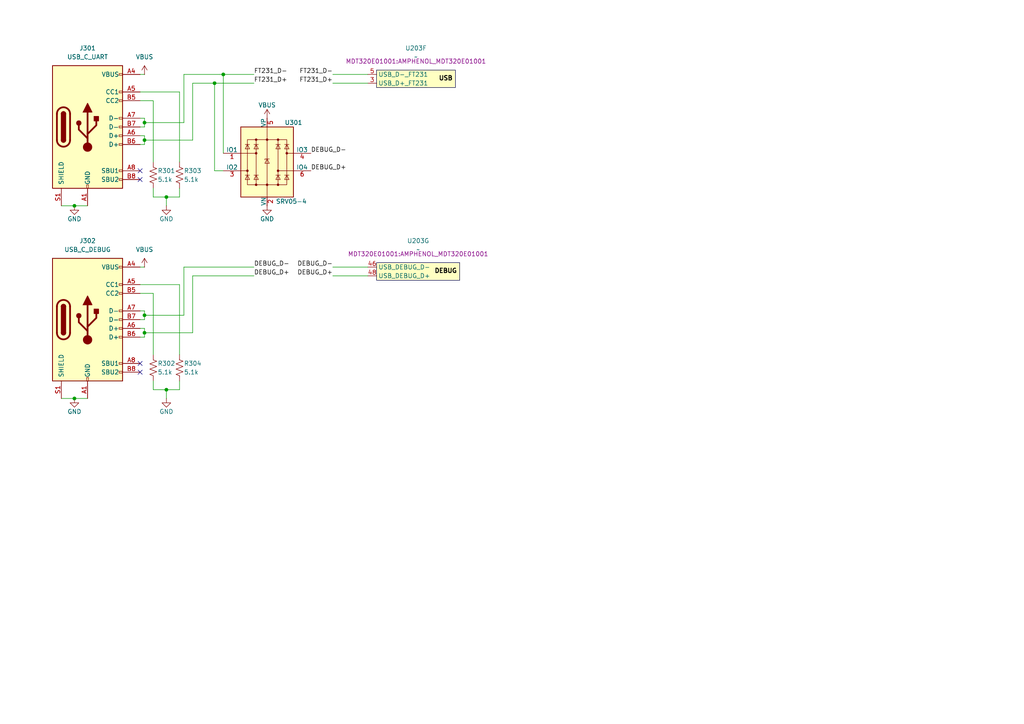
<source format=kicad_sch>
(kicad_sch (version 20231120) (generator "eeschema") (generator_version "8.0")
  (paper "A4")
  (title_block (title "Mobo V2.0") (date "2024-12-19") (rev "2.0") (company "Robotique UdeS - Biogénius") (comment 1 "Jacob Turcotte") (comment 2 "Schéma électrique créer par:"))
  (lib_symbols
    (symbol "Connector:USB_C_Receptacle_USB2.0" (pin_names (offset 1.016))
      (property "Reference" "J" (at -10.16 19.05 0))
      (property "Value" "USB_C_Receptacle_USB2.0" (at 19.05 19.05 0))
      (symbol "USB_C_Receptacle_USB2.0_0_0"
        (rectangle (start -0.254 -17.78) (end 0.254 -16.764))
        (rectangle (start 10.16 -14.986) (end 9.144 -15.494))
        (rectangle (start 10.16 -12.446) (end 9.144 -12.954))
        (rectangle (start 10.16 -4.826) (end 9.144 -5.334))
        (rectangle (start 10.16 -2.286) (end 9.144 -2.794))
        (rectangle (start 10.16 0.254) (end 9.144 -0.254))
        (rectangle (start 10.16 2.794) (end 9.144 2.286))
        (rectangle (start 10.16 7.874) (end 9.144 7.366))
        (rectangle (start 10.16 10.414) (end 9.144 9.906))
        (rectangle (start 10.16 15.494) (end 9.144 14.986))
      )
      (symbol "USB_C_Receptacle_USB2.0_0_1"
        (rectangle (start -10.16 17.78) (end 10.16 -17.78) (stroke (width 0.254)) (fill (type background)))
        (arc (start -8.89 -3.81) (mid -6.985 -5.7067) (end -5.08 -3.81) (stroke (width 0.508)))
        (arc (start -7.62 -3.81) (mid -6.985 -4.4423) (end -6.35 -3.81) (stroke (width 0.254)))
        (arc (start -7.62 -3.81) (mid -6.985 -4.4423) (end -6.35 -3.81) (stroke (width 0.254)) (fill (type outline)))
        (rectangle (start -7.62 -3.81) (end -6.35 3.81) (stroke (width 0.254)) (fill (type outline)))
        (arc (start -6.35 3.81) (mid -6.985 4.4423) (end -7.62 3.81) (stroke (width 0.254)))
        (arc (start -6.35 3.81) (mid -6.985 4.4423) (end -7.62 3.81) (stroke (width 0.254)) (fill (type outline)))
        (arc (start -5.08 3.81) (mid -6.985 5.7067) (end -8.89 3.81) (stroke (width 0.508)))
        (circle (center -2.54 1.143) (radius 0.635) (stroke (width 0.254)) (fill (type outline)))
        (circle (center 0 -5.842) (radius 1.27) (fill (type outline)))
        (polyline (pts (xy -8.89 -3.81) (xy -8.89 3.81)) (stroke (width 0.508)))
        (polyline (pts (xy -5.08 3.81) (xy -5.08 -3.81)) (stroke (width 0.508)))
        (polyline (pts (xy 0 -5.842) (xy 0 4.318)) (stroke (width 0.508)))
        (polyline (pts (xy 0 -3.302) (xy -2.54 -0.762) (xy -2.54 0.508)) (stroke (width 0.508)))
        (polyline (pts (xy 0 -2.032) (xy 2.54 0.508) (xy 2.54 1.778)) (stroke (width 0.508)))
        (polyline (pts (xy -1.27 4.318) (xy 0 6.858) (xy 1.27 4.318) (xy -1.27 4.318)) (stroke (width 0.254)) (fill (type outline)))
        (rectangle (start 1.905 1.778) (end 3.175 3.048) (stroke (width 0.254)) (fill (type outline)))
      )
      (symbol "USB_C_Receptacle_USB2.0_1_1"
        (pin passive line (at 0 -22.86 90) (length 5.08) (name "GND") (number "A1"))
        (pin passive line (at 0 -22.86 90) (length 5.08) hide (name "GND") (number "A12"))
        (pin passive line (at 15.24 15.24 180) (length 5.08) (name "VBUS") (number "A4"))
        (pin bidirectional line (at 15.24 10.16 180) (length 5.08) (name "CC1") (number "A5"))
        (pin bidirectional line (at 15.24 -2.54 180) (length 5.08) (name "D+") (number "A6"))
        (pin bidirectional line (at 15.24 2.54 180) (length 5.08) (name "D-") (number "A7"))
        (pin bidirectional line (at 15.24 -12.7 180) (length 5.08) (name "SBU1") (number "A8"))
        (pin passive line (at 15.24 15.24 180) (length 5.08) hide (name "VBUS") (number "A9"))
        (pin passive line (at 0 -22.86 90) (length 5.08) hide (name "GND") (number "B1"))
        (pin passive line (at 0 -22.86 90) (length 5.08) hide (name "GND") (number "B12"))
        (pin passive line (at 15.24 15.24 180) (length 5.08) hide (name "VBUS") (number "B4"))
        (pin bidirectional line (at 15.24 7.62 180) (length 5.08) (name "CC2") (number "B5"))
        (pin bidirectional line (at 15.24 -5.08 180) (length 5.08) (name "D+") (number "B6"))
        (pin bidirectional line (at 15.24 0 180) (length 5.08) (name "D-") (number "B7"))
        (pin bidirectional line (at 15.24 -15.24 180) (length 5.08) (name "SBU2") (number "B8"))
        (pin passive line (at 15.24 15.24 180) (length 5.08) hide (name "VBUS") (number "B9"))
        (pin passive line (at -7.62 -22.86 90) (length 5.08) (name "SHIELD") (number "S1"))
      )
    )
    (symbol "Device:R_US" (pin_numbers hide) (pin_names (offset 0))
      (property "Reference" "R" (at 2.54 0 90))
      (property "Value" "R_US" (at -2.54 0 90))
      (symbol "R_US_0_1"
        (polyline (pts (xy 0 -2.286) (xy 0 -2.54)))
        (polyline (pts (xy 0 2.286) (xy 0 2.54)))
        (polyline (pts (xy 0 -0.762) (xy 1.016 -1.143) (xy 0 -1.524) (xy -1.016 -1.905) (xy 0 -2.286)))
        (polyline (pts (xy 0 0.762) (xy 1.016 0.381) (xy 0 0) (xy -1.016 -0.381) (xy 0 -0.762)))
        (polyline (pts (xy 0 2.286) (xy 1.016 1.905) (xy 0 1.524) (xy -1.016 1.143) (xy 0 0.762)))
      )
      (symbol "R_US_1_1"
        (pin passive line (at 0 3.81 270) (length 1.27) (name "~") (number "1"))
        (pin passive line (at 0 -3.81 90) (length 1.27) (name "~") (number "2"))
      )
    )
    (symbol "Power_Protection:SRV05-4" (pin_names (offset 0))
      (property "Reference" "U" (at -5.08 11.43 0))
      (property "Value" "SRV05-4" (at 2.54 11.43 0))
      (symbol "SRV05-4_0_0"
        (rectangle (start -5.715 6.477) (end 5.715 -6.604))
        (polyline (pts (xy -3.175 -6.604) (xy -3.175 6.477)))
        (polyline (pts (xy 3.175 6.477) (xy 3.175 -6.604)))
      )
      (symbol "SRV05-4_0_1"
        (rectangle (start -7.62 10.16) (end 7.62 -10.16) (stroke (width 0.254)) (fill (type background)))
        (circle (center -5.715 -2.54) (radius 0.2794) (fill (type outline)))
        (circle (center -3.175 -6.604) (radius 0.2794) (fill (type outline)))
        (circle (center -3.175 2.54) (radius 0.2794) (fill (type outline)))
        (circle (center -3.175 6.477) (radius 0.2794) (fill (type outline)))
        (circle (center 0 -6.604) (radius 0.2794) (fill (type outline)))
        (polyline (pts (xy -7.747 2.54) (xy -3.175 2.54)))
        (polyline (pts (xy -7.62 -2.54) (xy -5.715 -2.54)))
        (polyline (pts (xy -5.08 -3.81) (xy -6.35 -3.81)))
        (polyline (pts (xy -5.08 5.08) (xy -6.35 5.08)))
        (polyline (pts (xy -2.54 -3.81) (xy -3.81 -3.81)))
        (polyline (pts (xy -2.54 5.08) (xy -3.81 5.08)))
        (polyline (pts (xy 0 10.16) (xy 0 -10.16)))
        (polyline (pts (xy 3.81 -3.81) (xy 2.54 -3.81)))
        (polyline (pts (xy 3.81 5.08) (xy 2.54 5.08)))
        (polyline (pts (xy 6.35 -3.81) (xy 5.08 -3.81)))
        (polyline (pts (xy 6.35 5.08) (xy 5.08 5.08)))
        (polyline (pts (xy 7.62 -2.54) (xy 3.175 -2.54)))
        (polyline (pts (xy 7.62 2.54) (xy 5.715 2.54)))
        (polyline (pts (xy 0.635 0.889) (xy -0.635 0.889) (xy -0.635 0.635)))
        (polyline (pts (xy -5.08 -5.08) (xy -6.35 -5.08) (xy -5.715 -3.81) (xy -5.08 -5.08)))
        (polyline (pts (xy -5.08 3.81) (xy -6.35 3.81) (xy -5.715 5.08) (xy -5.08 3.81)))
        (polyline (pts (xy -2.54 -5.08) (xy -3.81 -5.08) (xy -3.175 -3.81) (xy -2.54 -5.08)))
        (polyline (pts (xy -2.54 3.81) (xy -3.81 3.81) (xy -3.175 5.08) (xy -2.54 3.81)))
        (polyline (pts (xy 0.635 -0.381) (xy -0.635 -0.381) (xy 0 0.889) (xy 0.635 -0.381)))
        (polyline (pts (xy 3.81 -5.08) (xy 2.54 -5.08) (xy 3.175 -3.81) (xy 3.81 -5.08)))
        (polyline (pts (xy 3.81 3.81) (xy 2.54 3.81) (xy 3.175 5.08) (xy 3.81 3.81)))
        (polyline (pts (xy 6.35 -5.08) (xy 5.08 -5.08) (xy 5.715 -3.81) (xy 6.35 -5.08)))
        (polyline (pts (xy 6.35 3.81) (xy 5.08 3.81) (xy 5.715 5.08) (xy 6.35 3.81)))
        (circle (center 0 6.477) (radius 0.2794) (fill (type outline)))
        (circle (center 3.175 -6.604) (radius 0.2794) (fill (type outline)))
        (circle (center 3.175 -2.54) (radius 0.2794) (fill (type outline)))
        (circle (center 3.175 6.477) (radius 0.2794) (fill (type outline)))
        (circle (center 5.715 2.54) (radius 0.2794) (fill (type outline)))
      )
      (symbol "SRV05-4_1_1"
        (pin passive line (at -12.7 2.54 0) (length 5.08) (name "IO1") (number "1"))
        (pin passive line (at 0 -12.7 90) (length 2.54) (name "VN") (number "2"))
        (pin passive line (at -12.7 -2.54 0) (length 5.08) (name "IO2") (number "3"))
        (pin passive line (at 12.7 2.54 180) (length 5.08) (name "IO3") (number "4"))
        (pin passive line (at 0 12.7 270) (length 2.54) (name "VP") (number "5"))
        (pin passive line (at 12.7 -2.54 180) (length 5.08) (name "IO4") (number "6"))
      )
    )
    (symbol "connecteur_m2_key_E:connecteur_SOM_ESP32_V2"
      (property "Reference" "U" (at 0 9.652 0))
      (property "Footprint" "MDT320E01001:AMPHENOL_MDT320E01001" (at 0 9.652 0))
      (symbol "connecteur_SOM_ESP32_V2_1_1"
        (rectangle (start -13.97 0) (end 13.97 -35.56) (stroke (width 0) (color 72 0 0 1)) (fill (type background)))
        (text "Pins d'alimentation\n&\nResets" (at 0 -16.764 0) (effects (font (size 1.27 1.27) (bold yes))))
        (pin power_in line (at 16.51 -1.27 180) (length 2.54) (name "GND") (number "1"))
        (pin power_in line (at 16.51 -6.35 180) (length 2.54) (name "GND") (number "18"))
        (pin power_in line (at -16.51 -1.27 0) (length 2.54) (name "Vcc_3v3") (number "2"))
        (pin power_in line (at 16.51 -8.89 180) (length 2.54) (name "GND") (number "33"))
        (pin power_in line (at 16.51 -11.43 180) (length 2.54) (name "GND") (number "38"))
        (pin power_in line (at 16.51 -13.97 180) (length 2.54) (name "GND") (number "39"))
        (pin power_in line (at -16.51 -3.81 0) (length 2.54) (name "Vcc_3v3") (number "4"))
        (pin power_in line (at 16.51 -16.51 180) (length 2.54) (name "GND") (number "45"))
        (pin power_in line (at -16.51 -8.89 0) (length 2.54) (name "Vcc_5V") (number "50"))
        (pin power_in line (at 16.51 -19.05 180) (length 2.54) (name "GND") (number "51"))
        (pin bidirectional line (at -16.51 -6.35 0) (length 2.54) (name "RESET_AUTRES") (number "54"))
        (pin power_in line (at 16.51 -21.59 180) (length 2.54) (name "GND") (number "55"))
        (pin bidirectional line (at -16.51 -29.21 0) (length 2.54) (name "RESET_ESP32") (number "56"))
        (pin power_in line (at 16.51 -24.13 180) (length 2.54) (name "GND") (number "57"))
        (pin power_in line (at 16.51 -26.67 180) (length 2.54) (name "GND") (number "62"))
        (pin power_in line (at 16.51 -29.21 180) (length 2.54) (name "GND") (number "63"))
        (pin power_in line (at 16.51 -31.75 180) (length 2.54) (name "GND") (number "69"))
        (pin power_in line (at 16.51 -3.81 180) (length 2.54) (name "GND") (number "7"))
        (pin power_in line (at -16.51 -31.75 0) (length 2.54) (name "Vcc_3v3") (number "72"))
        (pin power_in line (at -16.51 -34.29 0) (length 2.54) (name "Vcc_3v3") (number "74"))
        (pin power_in line (at 16.51 -34.29 180) (length 2.54) (name "GND") (number "75"))
      )
      (symbol "connecteur_SOM_ESP32_V2_2_1"
        (rectangle (start -17.78 0) (end 16.51 -24.13) (stroke (width 0) (color 0 0 72 1)) (fill (type background)))
        (text "I2C" (at -0.254 -11.684 0) (effects (font (size 1.27 1.27))))
        (pin bidirectional line (at 19.05 -3.81 180) (length 2.54) (name "I2C_SCL_1_TCA") (number "11"))
        (pin bidirectional line (at 19.05 -7.62 180) (length 2.54) (name "I2C_SDA_2_TCA") (number "13"))
        (pin bidirectional line (at 19.05 -13.97 180) (length 2.54) (name "I2C_SDA_3_TCA") (number "14"))
        (pin bidirectional line (at 19.05 -10.16 180) (length 2.54) (name "I2C_SCL_2_TCA") (number "15"))
        (pin bidirectional line (at 19.05 -16.51 180) (length 2.54) (name "I2C_SCL_3_TCA") (number "16"))
        (pin bidirectional line (at 19.05 -20.32 180) (length 2.54) (name "I2C_SDA_4_TCA") (number "17"))
        (pin bidirectional line (at 19.05 -22.86 180) (length 2.54) (name "I2C_SCL_4_TCA") (number "19"))
        (pin bidirectional line (at -20.32 -10.16 0) (length 2.54) (name "I2C_SDA_ESP32") (number "58"))
        (pin bidirectional line (at -20.32 -12.7 0) (length 2.54) (name "I2C_SCL_ESP32") (number "60"))
        (pin bidirectional line (at 19.05 -1.27 180) (length 2.54) (name "I2C_SDA_1_TCA") (number "9"))
      )
      (symbol "connecteur_SOM_ESP32_V2_3_1"
        (rectangle (start -2.54 6.35) (end 15.24 -7.62) (stroke (width 0) (color 0 0 72 1)) (fill (type background)))
        (text "SPI" (at 0 0 0) (effects (font (size 1.27 1.27) (bold yes))))
        (pin bidirectional line (at 17.78 5.08 180) (length 2.54) (name "SPI_CS_5") (number "20"))
        (pin bidirectional line (at 17.78 2.54 180) (length 2.54) (name "SPI_CS_6") (number "21"))
        (pin bidirectional line (at 17.78 -1.27 180) (length 2.54) (name "SPI_CLK") (number "23"))
        (pin bidirectional line (at 17.78 -3.81 180) (length 2.54) (name "SPI_MOSI") (number "35"))
        (pin bidirectional line (at 17.78 -6.35 180) (length 2.54) (name "SPI_MISO") (number "37"))
      )
      (symbol "connecteur_SOM_ESP32_V2_4_1"
        (rectangle (start -12.7 2.54) (end 11.43 -2.54) (stroke (width 0) (color 0 0 72 1)) (fill (type background)))
        (text "Canbus" (at -8.636 0.254 0) (effects (font (size 1.27 1.27) (bold yes))))
        (pin bidirectional line (at 13.97 1.27 180) (length 2.54) (name "CAN_H_MCP2515") (number "71"))
        (pin bidirectional line (at 13.97 -1.27 180) (length 2.54) (name "CAN_L_MCP2515") (number "73"))
      )
      (symbol "connecteur_SOM_ESP32_V2_5_1"
        (rectangle (start -11.43 2.54) (end 3.81 -2.54) (stroke (width 0) (color 0 0 72 1)) (fill (type background)))
        (text "UART" (at -7.874 0.254 0) (effects (font (size 1.27 1.27) (bold yes))))
        (pin bidirectional line (at 6.35 1.27 180) (length 2.54) (name "UART_TX") (number "22"))
        (pin bidirectional line (at 6.35 -1.27 180) (length 2.54) (name "UART_RX") (number "32"))
      )
      (symbol "connecteur_SOM_ESP32_V2_6_1"
        (rectangle (start -13.97 2.54) (end 8.89 -2.54) (stroke (width 0) (color 0 0 72 1)) (fill (type background)))
        (text "USB" (at -11.176 0.254 0) (effects (font (size 1.27 1.27) (bold yes))))
        (pin bidirectional line (at 11.43 -1.27 180) (length 2.54) (name "USB_D+_FT231") (number "3"))
        (pin bidirectional line (at 11.43 1.27 180) (length 2.54) (name "USB_D-_FT231") (number "5"))
      )
      (symbol "connecteur_SOM_ESP32_V2_7_1"
        (rectangle (start -13.97 2.54) (end 10.16 -2.54) (stroke (width 0) (color 0 0 72 1)) (fill (type background)))
        (text "DEBUG" (at -9.906 0.254 0) (effects (font (size 1.27 1.27) (bold yes))))
        (pin bidirectional line (at 12.7 1.27 180) (length 2.54) (name "USB_DEBUG_D-") (number "46"))
        (pin bidirectional line (at 12.7 -1.27 180) (length 2.54) (name "USB_DEBUG_D+") (number "48"))
      )
      (symbol "connecteur_SOM_ESP32_V2_8_1"
        (rectangle (start -15.24 3.81) (end 5.08 -3.81) (stroke (width 0) (color 0 0 72 1)) (fill (type background)))
        (text "I2S" (at -12.192 0 0) (effects (font (size 1.27 1.27) (bold yes))))
        (pin bidirectional line (at 7.62 0 180) (length 2.54) (name "I2S_WS") (number "10"))
        (pin bidirectional line (at 7.62 -2.54 180) (length 2.54) (name "I2S_DIN/DOUT") (number "12"))
        (pin bidirectional line (at 7.62 2.54 180) (length 2.54) (name "I2S_BCLK") (number "8"))
      )
      (symbol "connecteur_SOM_ESP32_V2_9_1"
        (rectangle (start -11.43 5.08) (end 13.97 -5.08) (stroke (width 0) (color 0 72 0 1)) (fill (type background)))
        (text "Sortie PWM\n" (at -5.588 0.254 0) (effects (font (size 1.27 1.27))))
        (pin output line (at 16.51 3.81 180) (length 2.54) (name "PWM_1_PCA") (number "64"))
        (pin output line (at 16.51 1.27 180) (length 2.54) (name "PWM_2_PCA") (number "66"))
        (pin output line (at 16.51 -1.27 180) (length 2.54) (name "PWM_3_PCA") (number "68"))
        (pin output line (at 16.51 -3.81 180) (length 2.54) (name "PWM_4_PCA") (number "70"))
      )
      (symbol "connecteur_SOM_ESP32_V2_10_1"
        (rectangle (start -13.97 3.81) (end 12.7 -8.89) (stroke (width 0) (color 0 72 0 1)) (fill (type background)))
        (text "ESP32\n" (at -0.762 -6.604 0) (effects (font (size 1.27 1.27))))
        (text "GPIO pins" (at -0.762 2.032 0) (effects (font (size 1.27 1.27))))
        (pin bidirectional line (at 15.24 -5.08 180) (length 2.54) (name "RST_OTHER") (number "34"))
        (pin bidirectional line (at 15.24 -7.62 180) (length 2.54) (name "GPIO48") (number "36"))
        (pin bidirectional line (at -16.51 2.54 0) (length 2.54) (name "GPIO15") (number "40"))
        (pin bidirectional line (at -16.51 0 0) (length 2.54) (name "GPIO16") (number "41"))
        (pin bidirectional line (at -16.51 -2.54 0) (length 2.54) (name "GPIO26") (number "42"))
        (pin bidirectional line (at -16.51 -5.08 0) (length 2.54) (name "GPIO33") (number "43"))
        (pin bidirectional line (at -16.51 -7.62 0) (length 2.54) (name "GPIO34") (number "44"))
        (pin bidirectional line (at 15.24 2.54 180) (length 2.54) (name "GPIO45") (number "52"))
        (pin bidirectional line (at 15.24 0 180) (length 2.54) (name "GPIO46") (number "53"))
        (pin bidirectional line (at 15.24 -2.54 180) (length 2.54) (name "GPIO38&LED") (number "6"))
      )
    )
    (symbol "power:GND" (power) (pin_numbers hide) (pin_names (offset 0) hide)
      (property "Value" "GND" (at 0 -3.81 0))
      (symbol "GND_0_1"
        (polyline (pts (xy 0 0) (xy 0 -1.27) (xy 1.27 -1.27) (xy 0 -2.54) (xy -1.27 -1.27) (xy 0 -1.27)))
      )
      (symbol "GND_1_1"
        (pin power_in line (at 0 0 270) (length 0) (name "~") (number "1"))
      )
    )
    (symbol "power:VBUS" (power) (pin_numbers hide) (pin_names (offset 0) hide)
      (property "Value" "VBUS" (at 0 3.556 0))
      (symbol "VBUS_0_1"
        (polyline (pts (xy -0.762 1.27) (xy 0 2.54)))
        (polyline (pts (xy 0 0) (xy 0 2.54)))
        (polyline (pts (xy 0 2.54) (xy 0.762 1.27)))
      )
      (symbol "VBUS_1_1"
        (pin power_in line (at 0 0 90) (length 0) (name "~") (number "1"))
      )
    )
  )
  (junction (at 41.91 96.52))
  (junction (at 62.23 24.13))
  (junction (at 64.77 21.59))
  (junction (at 41.91 35.56))
  (junction (at 41.91 91.44))
  (junction (at 21.59 115.57))
  (junction (at 41.91 40.64))
  (junction (at 48.26 57.15))
  (junction (at 21.59 59.69))
  (junction (at 48.26 113.03))
  (no_connect (at 40.64 107.95))
  (no_connect (at 40.64 52.07))
  (no_connect (at 40.64 105.41))
  (no_connect (at 40.64 49.53))
  (wire (pts (xy 41.91 96.52) (xy 41.91 97.79)))
  (wire (pts (xy 64.77 44.45) (xy 64.77 21.59)))
  (wire (pts (xy 62.23 49.53) (xy 62.23 24.13)))
  (wire (pts (xy 41.91 91.44) (xy 41.91 92.71)))
  (wire (pts (xy 52.07 82.55) (xy 52.07 102.87)))
  (wire (pts (xy 44.45 54.61) (xy 44.45 57.15)))
  (wire (pts (xy 55.88 80.01) (xy 73.66 80.01)))
  (wire (pts (xy 52.07 54.61) (xy 52.07 57.15)))
  (wire (pts (xy 52.07 57.15) (xy 48.26 57.15)))
  (wire (pts (xy 40.64 26.67) (xy 52.07 26.67)))
  (wire (pts (xy 21.59 59.69) (xy 17.78 59.69)))
  (wire (pts (xy 96.52 24.13) (xy 106.68 24.13)))
  (wire (pts (xy 40.64 92.71) (xy 41.91 92.71)))
  (wire (pts (xy 48.26 113.03) (xy 48.26 115.57)))
  (wire (pts (xy 41.91 95.25) (xy 41.91 96.52)))
  (wire (pts (xy 40.64 21.59) (xy 41.91 21.59)))
  (wire (pts (xy 41.91 34.29) (xy 41.91 35.56)))
  (wire (pts (xy 55.88 96.52) (xy 55.88 80.01)))
  (wire (pts (xy 21.59 59.69) (xy 25.4 59.69)))
  (wire (pts (xy 41.91 40.64) (xy 55.88 40.64)))
  (wire (pts (xy 40.64 77.47) (xy 41.91 77.47)))
  (wire (pts (xy 44.45 110.49) (xy 44.45 113.03)))
  (wire (pts (xy 52.07 110.49) (xy 52.07 113.03)))
  (wire (pts (xy 21.59 115.57) (xy 25.4 115.57)))
  (wire (pts (xy 53.34 91.44) (xy 53.34 77.47)))
  (wire (pts (xy 62.23 24.13) (xy 73.66 24.13)))
  (wire (pts (xy 52.07 26.67) (xy 52.07 46.99)))
  (wire (pts (xy 44.45 85.09) (xy 44.45 102.87)))
  (wire (pts (xy 53.34 35.56) (xy 53.34 21.59)))
  (wire (pts (xy 53.34 77.47) (xy 73.66 77.47)))
  (wire (pts (xy 52.07 113.03) (xy 48.26 113.03)))
  (wire (pts (xy 40.64 34.29) (xy 41.91 34.29)))
  (wire (pts (xy 40.64 95.25) (xy 41.91 95.25)))
  (wire (pts (xy 96.52 21.59) (xy 106.68 21.59)))
  (wire (pts (xy 106.68 80.01) (xy 96.52 80.01)))
  (wire (pts (xy 41.91 40.64) (xy 41.91 41.91)))
  (wire (pts (xy 48.26 57.15) (xy 48.26 59.69)))
  (wire (pts (xy 41.91 35.56) (xy 41.91 36.83)))
  (wire (pts (xy 40.64 36.83) (xy 41.91 36.83)))
  (wire (pts (xy 40.64 39.37) (xy 41.91 39.37)))
  (wire (pts (xy 53.34 21.59) (xy 64.77 21.59)))
  (wire (pts (xy 41.91 90.17) (xy 41.91 91.44)))
  (wire (pts (xy 40.64 97.79) (xy 41.91 97.79)))
  (wire (pts (xy 40.64 90.17) (xy 41.91 90.17)))
  (wire (pts (xy 41.91 39.37) (xy 41.91 40.64)))
  (wire (pts (xy 40.64 41.91) (xy 41.91 41.91)))
  (wire (pts (xy 40.64 29.21) (xy 44.45 29.21)))
  (wire (pts (xy 41.91 35.56) (xy 53.34 35.56)))
  (wire (pts (xy 21.59 115.57) (xy 17.78 115.57)))
  (wire (pts (xy 44.45 29.21) (xy 44.45 46.99)))
  (wire (pts (xy 55.88 24.13) (xy 62.23 24.13)))
  (wire (pts (xy 41.91 96.52) (xy 55.88 96.52)))
  (wire (pts (xy 55.88 40.64) (xy 55.88 24.13)))
  (wire (pts (xy 40.64 82.55) (xy 52.07 82.55)))
  (wire (pts (xy 106.68 77.47) (xy 96.52 77.47)))
  (wire (pts (xy 44.45 57.15) (xy 48.26 57.15)))
  (wire (pts (xy 44.45 113.03) (xy 48.26 113.03)))
  (wire (pts (xy 64.77 49.53) (xy 62.23 49.53)))
  (wire (pts (xy 40.64 85.09) (xy 44.45 85.09)))
  (wire (pts (xy 64.77 21.59) (xy 73.66 21.59)))
  (wire (pts (xy 41.91 91.44) (xy 53.34 91.44)))
  (label "DEBUG_D-" (at 90.17 44.45 0))
  (label "FT231_D+" (at 96.52 24.13 180))
  (label "DEBUG_D+" (at 90.17 49.53 0))
  (label "DEBUG_D-" (at 73.66 77.47 0))
  (label "DEBUG_D+" (at 96.52 80.01 180))
  (label "FT231_D-" (at 73.66 21.59 0))
  (label "DEBUG_D-" (at 96.52 77.47 180))
  (label "FT231_D-" (at 96.52 21.59 180))
  (label "FT231_D+" (at 73.66 24.13 0))
  (label "DEBUG_D+" (at 73.66 80.01 0))
  (symbol (lib_id "Device:R_US") (at 44.45 50.8 0) (unit 1)
    (property "Reference" "R301" (at 45.72 49.53 0) (effects (justify left)))
    (property "Value" "5.1k" (at 45.72 52.07 0) (effects (justify left)))
    (property "Footprint" "Resistor_SMD:R_0603_1608Metric_Pad0.98x0.95mm_HandSolder" (effects (hide yes)))
    (property "Description" "Resistor, US symbol" (effects (hide yes)))
  )
  (symbol (lib_id "connecteur_m2_key_E:connecteur_SOM_ESP32_V2") (at 118.11 22.86 0) (mirror y) (unit 6)
    (property "Reference" "U203" (at 120.65 13.97 0))
    (property "Value" "~" (at 120.65 16.51 0))
    (property "Footprint" "MDT320E01001:AMPHENOL_MDT320E01001" (at 120.65 17.78 0))
  )
  (symbol (lib_id "Device:R_US") (at 52.07 106.68 0) (unit 1)
    (property "Reference" "R304" (at 53.34 105.41 0) (effects (justify left)))
    (property "Value" "5.1k" (at 53.34 107.95 0) (effects (justify left)))
    (property "Footprint" "Resistor_SMD:R_0603_1608Metric_Pad0.98x0.95mm_HandSolder" (effects (hide yes)))
    (property "Description" "Resistor, US symbol" (effects (hide yes)))
  )
  (symbol (lib_id "power:VBUS") (at 41.91 21.59 0) (unit 1)
    (property "Reference" "#PWR0303" (effects (hide yes)))
    (property "Value" "VBUS" (at 41.91 16.51 0))
    (property "Description" "Power symbol creates a global label with name \"VBUS\"" (effects (hide yes)))
  )
  (symbol (lib_id "power:VBUS") (at 77.47 34.29 0) (unit 1)
    (property "Reference" "#PWR0307" (effects (hide yes)))
    (property "Value" "VBUS" (at 77.47 30.48 0))
    (property "Description" "Power symbol creates a global label with name \"VBUS\"" (effects (hide yes)))
  )
  (symbol (lib_id "power:GND") (at 21.59 115.57 0) (unit 1)
    (property "Reference" "#PWR0302" (effects (hide yes)))
    (property "Value" "GND" (at 21.59 119.38 0))
    (property "Description" "Power symbol creates a global label with name \"GND\" , ground" (effects (hide yes)))
  )
  (symbol (lib_id "Device:R_US") (at 44.45 106.68 0) (unit 1)
    (property "Reference" "R302" (at 45.72 105.41 0) (effects (justify left)))
    (property "Value" "5.1k" (at 45.72 107.95 0) (effects (justify left)))
    (property "Footprint" "Resistor_SMD:R_0603_1608Metric_Pad0.98x0.95mm_HandSolder" (effects (hide yes)))
    (property "Description" "Resistor, US symbol" (effects (hide yes)))
  )
  (symbol (lib_id "Connector:USB_C_Receptacle_USB2.0") (at 25.4 92.71 0) (unit 1)
    (property "Reference" "J302" (at 25.4 69.85 0))
    (property "Value" "USB_C_DEBUG" (at 25.4 72.39 0))
    (property "Footprint" "Connector_USB:USB_C_Receptacle_G-Switch_GT-USB-7010ASV" (effects (hide yes)))
    (property "Datasheet" "https://www.usb.org/sites/default/files/documents/usb_type-c.zip" (effects (hide yes)))
  )
  (symbol (lib_id "power:VBUS") (at 41.91 77.47 0) (unit 1)
    (property "Reference" "#PWR0304" (effects (hide yes)))
    (property "Value" "VBUS" (at 41.91 72.39 0))
    (property "Description" "Power symbol creates a global label with name \"VBUS\"" (effects (hide yes)))
  )
  (symbol (lib_id "power:GND") (at 77.47 59.69 0) (unit 1)
    (property "Reference" "#PWR0308" (effects (hide yes)))
    (property "Value" "GND" (at 77.47 63.5 0))
    (property "Description" "Power symbol creates a global label with name \"GND\" , ground" (effects (hide yes)))
  )
  (symbol (lib_id "power:GND") (at 48.26 115.57 0) (unit 1)
    (property "Reference" "#PWR0306" (effects (hide yes)))
    (property "Value" "GND" (at 48.26 119.38 0))
    (property "Description" "Power symbol creates a global label with name \"GND\" , ground" (effects (hide yes)))
  )
  (symbol (lib_id "Connector:USB_C_Receptacle_USB2.0") (at 25.4 36.83 0) (unit 1)
    (property "Reference" "J301" (at 25.4 13.97 0))
    (property "Value" "USB_C_UART" (at 25.4 16.51 0))
    (property "Footprint" "Connector_USB:USB_C_Receptacle_G-Switch_GT-USB-7010ASV" (effects (hide yes)))
    (property "Datasheet" "https://www.usb.org/sites/default/files/documents/usb_type-c.zip" (effects (hide yes)))
  )
  (symbol (lib_id "power:GND") (at 21.59 59.69 0) (unit 1)
    (property "Reference" "#PWR0301" (effects (hide yes)))
    (property "Value" "GND" (at 21.59 63.5 0))
    (property "Description" "Power symbol creates a global label with name \"GND\" , ground" (effects (hide yes)))
  )
  (symbol (lib_id "Power_Protection:SRV05-4") (at 77.47 46.99 0) (unit 1)
    (property "Reference" "U301" (at 82.55 35.56 0) (effects (justify left)))
    (property "Value" "SRV05-4" (at 80.01 58.42 0) (effects (justify left)))
    (property "Footprint" "Package_TO_SOT_SMD:SOT-23-6" (effects (hide yes)))
    (property "Datasheet" "http://www.onsemi.com/pub/Collateral/SRV05-4-D.PDF" (effects (hide yes)))
    (property "Description" "ESD Protection Diodes with Low Clamping Voltage, SOT-23-6" (effects (hide yes)))
  )
  (symbol (lib_id "connecteur_m2_key_E:connecteur_SOM_ESP32_V2") (at 119.38 78.74 0) (mirror y) (unit 7)
    (property "Reference" "U203" (at 121.285 69.85 0))
    (property "Value" "~" (at 121.285 72.39 0))
    (property "Footprint" "MDT320E01001:AMPHENOL_MDT320E01001" (at 121.285 73.66 0))
  )
  (symbol (lib_id "power:GND") (at 48.26 59.69 0) (unit 1)
    (property "Reference" "#PWR0305" (effects (hide yes)))
    (property "Value" "GND" (at 48.26 63.5 0))
    (property "Description" "Power symbol creates a global label with name \"GND\" , ground" (effects (hide yes)))
  )
  (symbol (lib_id "Device:R_US") (at 52.07 50.8 0) (unit 1)
    (property "Reference" "R303" (at 53.34 49.53 0) (effects (justify left)))
    (property "Value" "5.1k" (at 53.34 52.07 0) (effects (justify left)))
    (property "Footprint" "Resistor_SMD:R_0603_1608Metric_Pad0.98x0.95mm_HandSolder" (effects (hide yes)))
    (property "Description" "Resistor, US symbol" (effects (hide yes)))
  )
)
</source>
